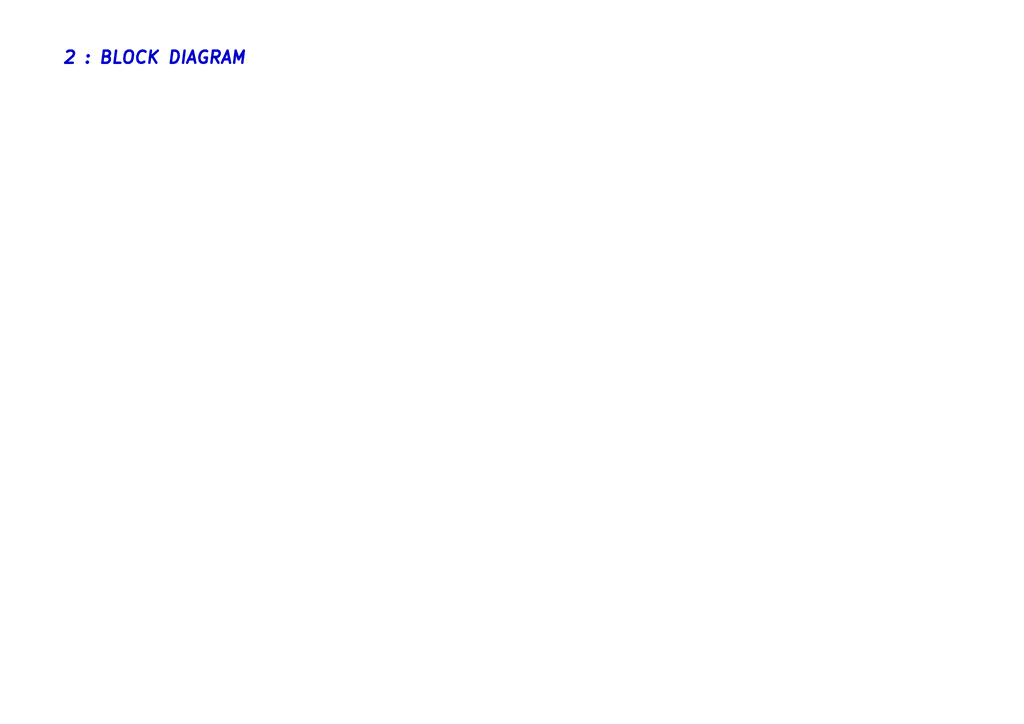
<source format=kicad_sch>
(kicad_sch (version 20211123) (generator eeschema)
  (paper "A3")
  (title_block (title "MIMXRT1064 Audio Board") (date "2023-06-06") (rev "0") (company "Joël Ucedo"))
  (lib_symbols)
  (text "2 : BLOCK DIAGRAM" (at 25.4 26.67 0) (effects (font (size 5 5) (thickness 1) bold italic) (justify left bottom)))
)
</source>
